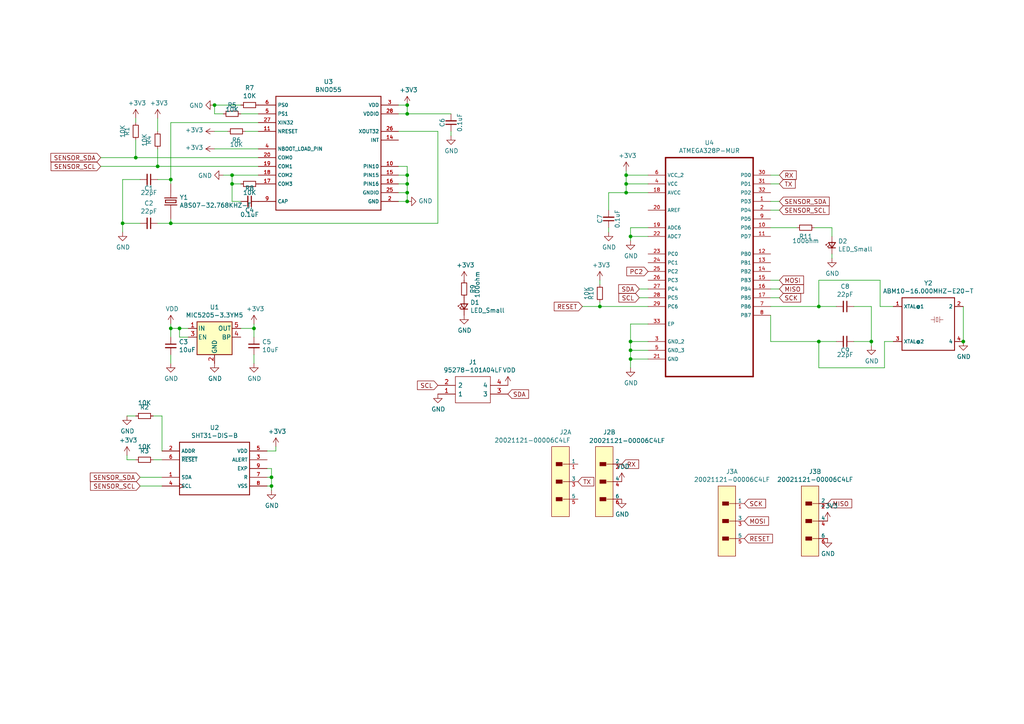
<source format=kicad_sch>
(kicad_sch (version 20200714) (host eeschema "(5.99.0-2415-gbbdd3fce7)")
  (page 1 1)
  (paper "A4")
  (title_block (title "Vine Sensing Hoop") (date "2020-07-25") (rev "1"))
  (lib_symbols
    (symbol "6pin:20021121-00006C4LF" (pin_names (offset 0))
      (property "Reference" "J" (at 0 7.62 0))
      (property "Value" "20021121-00006C4LF" (at 0 10.16 0))
      (symbol "20021121-00006C4LF_1_1"
        (rectangle (start -10.16 5.08) (end -5.08 -15.24) (fill (type background)))
        (rectangle (start -8.89 0.508) (end -7.112 -0.508) (fill (type outline)))
        (rectangle (start -8.89 -4.572) (end -7.112 -5.588) (fill (type outline)))
        (rectangle (start -8.89 -9.652) (end -7.112 -10.668) (fill (type outline)))
        (polyline (pts (xy -6.858 0) (xy -5.08 0)))
        (polyline (pts (xy -6.858 -5.08) (xy -5.08 -5.08)))
        (polyline (pts (xy -6.858 -10.16) (xy -5.08 -10.16)))
        (pin passive line (at -2.54 0 180) (length 2.54) (name "1") (number "1"))
        (pin passive line (at -2.54 -5.08 180) (length 2.54) (name "3") (number "3"))
        (pin passive line (at -2.54 -10.16 180) (length 2.54) (name "5") (number "5"))
      )
      (symbol "20021121-00006C4LF_2_1"
        (rectangle (start -10.16 5.08) (end -5.08 -15.24) (fill (type background)))
        (rectangle (start -8.89 0.508) (end -7.112 -0.508) (fill (type outline)))
        (rectangle (start -8.89 -4.572) (end -7.112 -5.588) (fill (type outline)))
        (rectangle (start -8.89 -9.652) (end -7.112 -10.668) (fill (type outline)))
        (polyline (pts (xy -6.858 0) (xy -5.08 0)))
        (polyline (pts (xy -6.858 -5.08) (xy -5.08 -5.08)))
        (polyline (pts (xy -6.858 -10.16) (xy -5.08 -10.16)))
        (pin passive line (at -2.54 0 180) (length 2.54) (name "2") (number "2"))
        (pin passive line (at -2.54 -5.08 180) (length 2.54) (name "4") (number "4"))
        (pin passive line (at -2.54 -10.16 180) (length 2.54) (name "6") (number "6"))
      )
    )
    (symbol "95278-101A04LF:95278-101A04LF" (pin_names (offset 0.762))
      (property "Reference" "J" (at 16.51 7.62 0))
      (property "Value" "95278-101A04LF" (at 16.51 5.08 0))
      (symbol "95278-101A04LF_0_1"
        (polyline (pts (xy 5.08 2.54) (xy 15.24 2.54) (xy 15.24 -5.08) (xy 5.08 -5.08) (xy 5.08 2.54)) (stroke (width 0.1524)))
      )
      (symbol "95278-101A04LF_0_0"
        (pin passive line (at 0 -2.54 0) (length 5.08) (name "1") (number "1"))
        (pin passive line (at 0 0 0) (length 5.08) (name "2") (number "2"))
        (pin passive line (at 20.32 -2.54 180) (length 5.08) (name "3") (number "3"))
        (pin passive line (at 20.32 0 180) (length 5.08) (name "4") (number "4"))
      )
    )
    (symbol "ABM10-16.000MHZ-E20-T:ABM10-16.000MHZ-E20-T"
      (property "Reference" "Y" (at -7.6454 7.6454 0))
      (property "Value" "ABM10-16.000MHZ-E20-T" (at -7.62 -10.1854 0))
      (symbol "ABM10-16.000MHZ-E20-T_0_0"
        (polyline (pts (xy -7.62 7.62) (xy -7.62 -7.62)) (stroke (width 0.254)))
        (polyline (pts (xy -7.62 -7.62) (xy 7.62 -7.62)) (stroke (width 0.254)))
        (polyline (pts (xy 7.62 -7.62) (xy 7.62 7.62)) (stroke (width 0.254)))
        (polyline (pts (xy 7.62 7.62) (xy -7.62 7.62)) (stroke (width 0.254)))
        (polyline (pts (xy 0.762 1.27) (xy 1.778 1.27)) (stroke (width 0.1016)))
        (polyline (pts (xy 1.778 1.27) (xy 1.778 2.159)) (stroke (width 0.1016)))
        (polyline (pts (xy 1.778 1.27) (xy 1.778 0.381)) (stroke (width 0.1016)))
        (polyline (pts (xy 2.286 1.905) (xy 2.794 1.905)) (stroke (width 0.1016)))
        (polyline (pts (xy 2.794 1.905) (xy 2.794 0.635)) (stroke (width 0.1016)))
        (polyline (pts (xy 2.794 0.635) (xy 2.286 0.635)) (stroke (width 0.1016)))
        (polyline (pts (xy 2.286 0.635) (xy 2.286 1.905)) (stroke (width 0.1016)))
        (polyline (pts (xy 4.318 1.27) (xy 3.302 1.27)) (stroke (width 0.1016)))
        (polyline (pts (xy 3.302 1.27) (xy 3.302 0.381)) (stroke (width 0.1016)))
        (polyline (pts (xy 3.302 1.27) (xy 3.302 2.159)) (stroke (width 0.1016)))
        (pin power_in line (at 10.16 5.08 180) (length 2.54) (name "2") (number "2"))
        (pin power_in line (at 10.16 -5.08 180) (length 2.54) (name "4") (number "4"))
        (pin passive line (at -10.16 5.08 0) (length 2.54) (name "XTAL@1") (number "1"))
        (pin passive line (at -10.16 -5.08 0) (length 2.54) (name "XTAL@2") (number "3"))
      )
    )
    (symbol "ABS07-32.768KHZ-T:ABS07-32.768KHZ-T" (pin_numbers hide) (pin_names hide)
      (property "Reference" "Y" (at -4.826 2.54 0))
      (property "Value" "ABS07-32.768KHZ-T" (at -4.826 -4.064 0))
      (symbol "ABS07-32.768KHZ-T_0_0"
        (polyline (pts (xy 1.016 0) (xy 2.54 0)) (stroke (width 0.1524)))
        (polyline (pts (xy -2.54 0) (xy -1.016 0)) (stroke (width 0.1524)))
        (polyline (pts (xy -0.381 1.524) (xy -0.381 -1.524)) (stroke (width 0.254)))
        (polyline (pts (xy -0.381 -1.524) (xy 0.381 -1.524)) (stroke (width 0.254)))
        (polyline (pts (xy 0.381 -1.524) (xy 0.381 1.524)) (stroke (width 0.254)))
        (polyline (pts (xy 0.381 1.524) (xy -0.381 1.524)) (stroke (width 0.254)))
        (polyline (pts (xy 1.016 1.778) (xy 1.016 -1.778)) (stroke (width 0.254)))
        (polyline (pts (xy -1.016 1.778) (xy -1.016 -1.778)) (stroke (width 0.254)))
        (pin passive line (at 5.08 0 180) (length 2.54) (name "~") (number "2"))
        (pin passive line (at -5.08 0 0) (length 2.54) (name "~") (number "1"))
      )
    )
    (symbol "ATMEGA328P-MUR:ATMEGA328P-MUR"
      (property "Reference" "U" (at -5.6388 28.7528 0))
      (property "Value" "ATMEGA328P-MUR" (at -3.9116 -38.735 0))
      (symbol "ATMEGA328P-MUR_0_0"
        (polyline (pts (xy -12.7 27.94) (xy -12.7 -35.56)) (stroke (width 0.4064)))
        (polyline (pts (xy -12.7 -35.56) (xy 12.7 -35.56)) (stroke (width 0.4064)))
        (polyline (pts (xy 12.7 -35.56) (xy 12.7 27.94)) (stroke (width 0.4064)))
        (polyline (pts (xy 12.7 27.94) (xy -12.7 27.94)) (stroke (width 0.4064)))
        (pin power_in line (at -17.78 22.86 0) (length 5.08) (name "VCC_2") (number "6"))
        (pin power_in line (at -17.78 20.32 0) (length 5.08) (name "VCC") (number "4"))
        (pin power_in line (at -17.78 17.78 0) (length 5.08) (name "AVCC") (number "18"))
        (pin input line (at -17.78 12.7 0) (length 5.08) (name "AREF") (number "20"))
        (pin input line (at -17.78 7.62 0) (length 5.08) (name "ADC6") (number "19"))
        (pin input line (at -17.78 5.08 0) (length 5.08) (name "ADC7") (number "22"))
        (pin bidirectional line (at -17.78 0 0) (length 5.08) (name "PC0") (number "23"))
        (pin bidirectional line (at -17.78 -2.54 0) (length 5.08) (name "PC1") (number "24"))
        (pin bidirectional line (at -17.78 -5.08 0) (length 5.08) (name "PC2") (number "25"))
        (pin bidirectional line (at -17.78 -7.62 0) (length 5.08) (name "PC3") (number "26"))
        (pin bidirectional line (at -17.78 -10.16 0) (length 5.08) (name "PC4") (number "27"))
        (pin bidirectional line (at -17.78 -12.7 0) (length 5.08) (name "PC5") (number "28"))
        (pin bidirectional line (at -17.78 -15.24 0) (length 5.08) (name "PC6") (number "29"))
        (pin passive line (at -17.78 -20.32 0) (length 5.08) (name "EP") (number "33"))
        (pin passive line (at -17.78 -25.4 0) (length 5.08) (name "GND_2") (number "3"))
        (pin passive line (at -17.78 -27.94 0) (length 5.08) (name "GND_3") (number "5"))
        (pin passive line (at -17.78 -30.48 0) (length 5.08) (name "GND") (number "21"))
        (pin bidirectional line (at 17.78 22.86 180) (length 5.08) (name "PD0") (number "30"))
        (pin bidirectional line (at 17.78 20.32 180) (length 5.08) (name "PD1") (number "31"))
        (pin bidirectional line (at 17.78 17.78 180) (length 5.08) (name "PD2") (number "32"))
        (pin bidirectional line (at 17.78 15.24 180) (length 5.08) (name "PD3") (number "1"))
        (pin bidirectional line (at 17.78 12.7 180) (length 5.08) (name "PD4") (number "2"))
        (pin bidirectional line (at 17.78 10.16 180) (length 5.08) (name "PD5") (number "9"))
        (pin bidirectional line (at 17.78 7.62 180) (length 5.08) (name "PD6") (number "10"))
        (pin bidirectional line (at 17.78 5.08 180) (length 5.08) (name "PD7") (number "11"))
        (pin bidirectional line (at 17.78 0 180) (length 5.08) (name "PB0") (number "12"))
        (pin bidirectional line (at 17.78 -2.54 180) (length 5.08) (name "PB1") (number "13"))
        (pin bidirectional line (at 17.78 -5.08 180) (length 5.08) (name "PB2") (number "14"))
        (pin bidirectional line (at 17.78 -7.62 180) (length 5.08) (name "PB3") (number "15"))
        (pin bidirectional line (at 17.78 -10.16 180) (length 5.08) (name "PB4") (number "16"))
        (pin bidirectional line (at 17.78 -12.7 180) (length 5.08) (name "PB5") (number "17"))
        (pin bidirectional line (at 17.78 -15.24 180) (length 5.08) (name "PB6") (number "7"))
        (pin bidirectional line (at 17.78 -17.78 180) (length 5.08) (name "PB7") (number "8"))
      )
    )
    (symbol "BNO055:BNO055"
      (property "Reference" "U" (at -14.732 15.748 0))
      (property "Value" "BNO055" (at -14.7574 -19.6088 0))
      (symbol "BNO055_0_0"
        (polyline (pts (xy -15.24 15.24) (xy -15.24 -17.78)) (stroke (width 0.254)))
        (polyline (pts (xy -15.24 -17.78) (xy 15.24 -17.78)) (stroke (width 0.254)))
        (polyline (pts (xy 15.24 -17.78) (xy 15.24 15.24)) (stroke (width 0.254)))
        (polyline (pts (xy 15.24 15.24) (xy -15.24 15.24)) (stroke (width 0.254)))
        (pin power_in line (at 20.32 -15.24 180) (length 5.08) (name "GND") (number "2"))
        (pin power_in line (at 20.32 12.7 180) (length 5.08) (name "VDD") (number "3"))
        (pin bidirectional line (at -20.32 0 0) (length 5.08) (name "NBOOT_LOAD_PIN") (number "4"))
        (pin input line (at -20.32 12.7 0) (length 5.08) (name "PS0") (number "6"))
        (pin input line (at -20.32 10.16 0) (length 5.08) (name "PS1") (number "5"))
        (pin passive line (at -20.32 -15.24 0) (length 5.08) (name "CAP") (number "9"))
        (pin power_in line (at 20.32 -5.08 180) (length 5.08) (name "PIN10") (number "10"))
        (pin input line (at -20.32 5.08 0) (length 5.08) (name "NRESET") (number "11"))
        (pin output line (at 20.32 2.54 180) (length 5.08) (name "INT") (number "14"))
        (pin power_in line (at 20.32 -7.62 180) (length 5.08) (name "PIN15") (number "15"))
        (pin power_in line (at 20.32 -10.16 180) (length 5.08) (name "PIN16") (number "16"))
        (pin bidirectional line (at -20.32 -2.54 0) (length 5.08) (name "COM0") (number "20"))
        (pin bidirectional line (at -20.32 -5.08 0) (length 5.08) (name "COM1") (number "19"))
        (pin bidirectional line (at -20.32 -7.62 0) (length 5.08) (name "COM2") (number "18"))
        (pin bidirectional line (at -20.32 -10.16 0) (length 5.08) (name "COM3") (number "17"))
        (pin power_in line (at 20.32 -12.7 180) (length 5.08) (name "GNDIO") (number "25"))
        (pin output line (at 20.32 5.08 180) (length 5.08) (name "XOUT32") (number "26"))
        (pin input line (at -20.32 7.62 0) (length 5.08) (name "XIN32") (number "27"))
        (pin power_in line (at 20.32 10.16 180) (length 5.08) (name "VDDIO") (number "28"))
      )
    )
    (symbol "Device:C_Small" (pin_numbers hide) (pin_names (offset 0.254) hide)
      (property "Reference" "C" (at 0.254 1.778 0))
      (property "Value" "C_Small" (at 0.254 -2.032 0))
      (symbol "C_Small_0_1"
        (polyline (pts (xy -1.524 -0.508) (xy 1.524 -0.508)) (stroke (width 0.3302)))
        (polyline (pts (xy -1.524 0.508) (xy 1.524 0.508)) (stroke (width 0.3048)))
      )
      (symbol "C_Small_1_1"
        (pin passive line (at 0 2.54 270) (length 2.032) (name "~") (number "1"))
        (pin passive line (at 0 -2.54 90) (length 2.032) (name "~") (number "2"))
      )
    )
    (symbol "Device:LED_Small" (pin_numbers hide) (pin_names (offset 0.254) hide)
      (property "Reference" "D" (at -1.27 3.175 0))
      (property "Value" "LED_Small" (at -4.445 -2.54 0))
      (symbol "LED_Small_0_1"
        (polyline (pts (xy -0.762 -1.016) (xy -0.762 1.016)) (stroke (width 0.254)))
        (polyline (pts (xy 1.016 0) (xy -0.762 0)))
        (polyline (pts (xy 0.762 -1.016) (xy -0.762 0) (xy 0.762 1.016) (xy 0.762 -1.016)) (stroke (width 0.254)))
        (polyline (pts (xy 0 0.762) (xy -0.508 1.27) (xy -0.254 1.27) (xy -0.508 1.27) (xy -0.508 1.016)))
        (polyline (pts (xy 0.508 1.27) (xy 0 1.778) (xy 0.254 1.778) (xy 0 1.778) (xy 0 1.524)))
      )
      (symbol "LED_Small_1_1"
        (pin passive line (at -2.54 0 0) (length 1.778) (name "K") (number "1"))
        (pin passive line (at 2.54 0 180) (length 1.778) (name "A") (number "2"))
      )
    )
    (symbol "Device:R_Small" (pin_numbers hide) (pin_names (offset 0.254) hide)
      (property "Reference" "R" (at 0.762 0.508 0))
      (property "Value" "R_Small" (at 0.762 -1.016 0))
      (symbol "R_Small_0_1"
        (rectangle (start -0.762 1.778) (end 0.762 -1.778) (stroke (width 0.2032)))
      )
      (symbol "R_Small_1_1"
        (pin passive line (at 0 2.54 270) (length 0.762) (name "~") (number "1"))
        (pin passive line (at 0 -2.54 90) (length 0.762) (name "~") (number "2"))
      )
    )
    (symbol "Regulator_Linear:MIC5205-3.3YM5" (pin_names (offset 0.254))
      (property "Reference" "U" (at -3.81 5.715 0))
      (property "Value" "MIC5205-3.3YM5" (at 0 5.715 0))
      (symbol "MIC5205-3.3YM5_0_1"
        (rectangle (start -5.08 4.445) (end 5.08 -5.08) (stroke (width 0.254)) (fill (type background)))
      )
      (symbol "MIC5205-3.3YM5_1_1"
        (pin power_in line (at -7.62 2.54 0) (length 2.54) (name "IN") (number "1"))
        (pin power_in line (at 0 -7.62 90) (length 2.54) (name "GND") (number "2"))
        (pin input line (at -7.62 0 0) (length 2.54) (name "EN") (number "3"))
        (pin input line (at 7.62 0 180) (length 2.54) (name "BP") (number "4"))
        (pin power_out line (at 7.62 2.54 180) (length 2.54) (name "OUT") (number "5"))
      )
    )
    (symbol "SHT31-DIS-B:SHT31-DIS-B"
      (property "Reference" "U" (at -10.16 8.128 0))
      (property "Value" "SHT31-DIS-B" (at -10.16 -10.16 0))
      (symbol "SHT31-DIS-B_0_0"
        (polyline (pts (xy -10.16 7.62) (xy 10.16 7.62)) (stroke (width 0.254)))
        (polyline (pts (xy 10.16 7.62) (xy 10.16 -7.62)) (stroke (width 0.254)))
        (polyline (pts (xy 10.16 -7.62) (xy -10.16 -7.62)) (stroke (width 0.254)))
        (polyline (pts (xy -10.16 -7.62) (xy -10.16 7.62)) (stroke (width 0.254)))
        (pin bidirectional line (at -15.24 -2.54 0) (length 5.08) (name "SDA") (number "1"))
        (pin input line (at -15.24 5.08 0) (length 5.08) (name "ADDR") (number "2"))
        (pin bidirectional clock (at -15.24 -5.08 0) (length 5.08) (name "SCL") (number "4"))
        (pin output line (at 15.24 2.54 180) (length 5.08) (name "ALERT") (number "3"))
        (pin power_in line (at 15.24 5.08 180) (length 5.08) (name "VDD") (number "5"))
        (pin input line (at -15.24 2.54 0) (length 5.08) (name "~RESET~") (number "6"))
        (pin power_in line (at 15.24 -2.54 180) (length 5.08) (name "R") (number "7"))
        (pin power_in line (at 15.24 -5.08 180) (length 5.08) (name "VSS") (number "8"))
        (pin power_in line (at 15.24 0 180) (length 5.08) (name "EXP") (number "9"))
      )
    )
    (symbol "power:+3V3" (power) (pin_names (offset 0))
      (property "Value" "+3V3" (at 0 3.556 0))
      (symbol "+3V3_0_1"
        (polyline (pts (xy -0.762 1.27) (xy 0 2.54)))
        (polyline (pts (xy 0 0) (xy 0 2.54)))
        (polyline (pts (xy 0 2.54) (xy 0.762 1.27)))
      )
      (symbol "+3V3_1_1"
        (pin power_in line (at 0 0 90) (length 0) hide (name "+3V3") (number "1"))
      )
    )
    (symbol "power:GND" (power) (pin_names (offset 0))
      (property "Value" "GND" (at 0 -3.81 0))
      (symbol "GND_0_1"
        (polyline (pts (xy 0 0) (xy 0 -1.27) (xy 1.27 -1.27) (xy 0 -2.54) (xy -1.27 -1.27) (xy 0 -1.27)))
      )
      (symbol "GND_1_1"
        (pin power_in line (at 0 0 270) (length 0) hide (name "GND") (number "1"))
      )
    )
    (symbol "power:VDD" (power) (pin_names (offset 0))
      (property "Value" "VDD" (at 0 3.81 0))
      (symbol "VDD_0_1"
        (polyline (pts (xy -0.762 1.27) (xy 0 2.54)))
        (polyline (pts (xy 0 0) (xy 0 2.54)))
        (polyline (pts (xy 0 2.54) (xy 0.762 1.27)))
      )
      (symbol "VDD_1_1"
        (pin power_in line (at 0 0 90) (length 0) hide (name "VDD") (number "1"))
      )
    )
  )
  (junction (at 35.56 64.77))
  (junction (at 39.37 45.72))
  (junction (at 45.72 48.26))
  (junction (at 49.53 52.07))
  (junction (at 49.53 64.77))
  (junction (at 49.53 95.25))
  (junction (at 52.07 95.25))
  (junction (at 62.23 30.48))
  (junction (at 67.31 50.8))
  (junction (at 67.31 53.34))
  (junction (at 73.66 95.25))
  (junction (at 78.74 138.43))
  (junction (at 78.74 140.97))
  (junction (at 118.11 30.48))
  (junction (at 118.11 33.02))
  (junction (at 118.11 50.8))
  (junction (at 118.11 53.34))
  (junction (at 118.11 55.88))
  (junction (at 118.11 58.42))
  (junction (at 173.99 88.9))
  (junction (at 181.61 50.8))
  (junction (at 181.61 53.34))
  (junction (at 181.61 55.88))
  (junction (at 182.88 68.58))
  (junction (at 182.88 99.06))
  (junction (at 182.88 101.6))
  (junction (at 182.88 104.14))
  (junction (at 237.49 88.9))
  (junction (at 237.49 99.06))
  (junction (at 252.73 99.06))
  (junction (at 279.4 99.06))
  (wire (pts (xy 29.21 45.72) (xy 39.37 45.72)))
  (wire (pts (xy 29.21 48.26) (xy 45.72 48.26)))
  (wire (pts (xy 35.56 52.07) (xy 35.56 64.77)))
  (wire (pts (xy 35.56 64.77) (xy 35.56 67.31)))
  (wire (pts (xy 36.83 120.65) (xy 39.37 120.65)))
  (wire (pts (xy 36.83 133.35) (xy 36.83 132.08)))
  (wire (pts (xy 39.37 34.29) (xy 39.37 35.56)))
  (wire (pts (xy 39.37 40.64) (xy 39.37 45.72)))
  (wire (pts (xy 39.37 45.72) (xy 74.93 45.72)))
  (wire (pts (xy 39.37 133.35) (xy 36.83 133.35)))
  (wire (pts (xy 40.64 52.07) (xy 35.56 52.07)))
  (wire (pts (xy 40.64 64.77) (xy 35.56 64.77)))
  (wire (pts (xy 44.45 120.65) (xy 46.99 120.65)))
  (wire (pts (xy 45.72 34.29) (xy 45.72 38.1)))
  (wire (pts (xy 45.72 43.18) (xy 45.72 48.26)))
  (wire (pts (xy 45.72 48.26) (xy 74.93 48.26)))
  (wire (pts (xy 45.72 52.07) (xy 49.53 52.07)))
  (wire (pts (xy 45.72 64.77) (xy 49.53 64.77)))
  (wire (pts (xy 46.99 120.65) (xy 46.99 130.81)))
  (wire (pts (xy 46.99 133.35) (xy 44.45 133.35)))
  (wire (pts (xy 46.99 138.43) (xy 40.64 138.43)))
  (wire (pts (xy 46.99 140.97) (xy 40.64 140.97)))
  (wire (pts (xy 49.53 35.56) (xy 49.53 52.07)))
  (wire (pts (xy 49.53 52.07) (xy 49.53 53.34)))
  (wire (pts (xy 49.53 63.5) (xy 49.53 64.77)))
  (wire (pts (xy 49.53 64.77) (xy 127 64.77)))
  (wire (pts (xy 49.53 95.25) (xy 49.53 93.98)))
  (wire (pts (xy 49.53 97.79) (xy 49.53 95.25)))
  (wire (pts (xy 49.53 102.87) (xy 49.53 105.41)))
  (wire (pts (xy 52.07 95.25) (xy 49.53 95.25)))
  (wire (pts (xy 52.07 97.79) (xy 52.07 95.25)))
  (wire (pts (xy 54.61 95.25) (xy 52.07 95.25)))
  (wire (pts (xy 54.61 97.79) (xy 52.07 97.79)))
  (wire (pts (xy 62.23 33.02) (xy 62.23 30.48)))
  (wire (pts (xy 64.77 33.02) (xy 62.23 33.02)))
  (wire (pts (xy 66.04 38.1) (xy 62.23 38.1)))
  (wire (pts (xy 67.31 50.8) (xy 64.77 50.8)))
  (wire (pts (xy 67.31 53.34) (xy 67.31 50.8)))
  (wire (pts (xy 67.31 58.42) (xy 67.31 53.34)))
  (wire (pts (xy 69.85 30.48) (xy 62.23 30.48)))
  (wire (pts (xy 69.85 33.02) (xy 74.93 33.02)))
  (wire (pts (xy 69.85 53.34) (xy 67.31 53.34)))
  (wire (pts (xy 69.85 58.42) (xy 67.31 58.42)))
  (wire (pts (xy 69.85 95.25) (xy 73.66 95.25)))
  (wire (pts (xy 73.66 95.25) (xy 73.66 93.98)))
  (wire (pts (xy 73.66 97.79) (xy 73.66 95.25)))
  (wire (pts (xy 73.66 102.87) (xy 73.66 105.41)))
  (wire (pts (xy 74.93 35.56) (xy 49.53 35.56)))
  (wire (pts (xy 74.93 38.1) (xy 71.12 38.1)))
  (wire (pts (xy 74.93 43.18) (xy 62.23 43.18)))
  (wire (pts (xy 74.93 50.8) (xy 67.31 50.8)))
  (wire (pts (xy 77.47 130.81) (xy 80.01 130.81)))
  (wire (pts (xy 77.47 135.89) (xy 78.74 135.89)))
  (wire (pts (xy 77.47 138.43) (xy 78.74 138.43)))
  (wire (pts (xy 77.47 140.97) (xy 78.74 140.97)))
  (wire (pts (xy 78.74 135.89) (xy 78.74 138.43)))
  (wire (pts (xy 78.74 138.43) (xy 78.74 140.97)))
  (wire (pts (xy 78.74 140.97) (xy 78.74 142.24)))
  (wire (pts (xy 80.01 130.81) (xy 80.01 129.54)))
  (wire (pts (xy 115.57 30.48) (xy 118.11 30.48)))
  (wire (pts (xy 115.57 33.02) (xy 118.11 33.02)))
  (wire (pts (xy 115.57 38.1) (xy 127 38.1)))
  (wire (pts (xy 115.57 48.26) (xy 118.11 48.26)))
  (wire (pts (xy 115.57 50.8) (xy 118.11 50.8)))
  (wire (pts (xy 115.57 53.34) (xy 118.11 53.34)))
  (wire (pts (xy 115.57 55.88) (xy 118.11 55.88)))
  (wire (pts (xy 115.57 58.42) (xy 118.11 58.42)))
  (wire (pts (xy 118.11 33.02) (xy 118.11 30.48)))
  (wire (pts (xy 118.11 33.02) (xy 130.81 33.02)))
  (wire (pts (xy 118.11 48.26) (xy 118.11 50.8)))
  (wire (pts (xy 118.11 50.8) (xy 118.11 53.34)))
  (wire (pts (xy 118.11 53.34) (xy 118.11 55.88)))
  (wire (pts (xy 118.11 55.88) (xy 118.11 58.42)))
  (wire (pts (xy 127 64.77) (xy 127 38.1)))
  (wire (pts (xy 130.81 38.1) (xy 130.81 39.37)))
  (wire (pts (xy 173.99 82.55) (xy 173.99 81.28)))
  (wire (pts (xy 173.99 87.63) (xy 173.99 88.9)))
  (wire (pts (xy 173.99 88.9) (xy 168.91 88.9)))
  (wire (pts (xy 176.53 55.88) (xy 176.53 60.96)))
  (wire (pts (xy 176.53 66.04) (xy 176.53 67.31)))
  (wire (pts (xy 181.61 49.53) (xy 181.61 50.8)))
  (wire (pts (xy 181.61 50.8) (xy 181.61 53.34)))
  (wire (pts (xy 181.61 50.8) (xy 187.96 50.8)))
  (wire (pts (xy 181.61 53.34) (xy 181.61 55.88)))
  (wire (pts (xy 181.61 53.34) (xy 187.96 53.34)))
  (wire (pts (xy 181.61 55.88) (xy 176.53 55.88)))
  (wire (pts (xy 181.61 55.88) (xy 187.96 55.88)))
  (wire (pts (xy 182.88 66.04) (xy 182.88 68.58)))
  (wire (pts (xy 182.88 68.58) (xy 182.88 69.85)))
  (wire (pts (xy 182.88 93.98) (xy 182.88 99.06)))
  (wire (pts (xy 182.88 99.06) (xy 182.88 101.6)))
  (wire (pts (xy 182.88 101.6) (xy 182.88 104.14)))
  (wire (pts (xy 182.88 104.14) (xy 182.88 106.68)))
  (wire (pts (xy 187.96 66.04) (xy 182.88 66.04)))
  (wire (pts (xy 187.96 68.58) (xy 182.88 68.58)))
  (wire (pts (xy 187.96 83.82) (xy 185.42 83.82)))
  (wire (pts (xy 187.96 86.36) (xy 185.42 86.36)))
  (wire (pts (xy 187.96 88.9) (xy 173.99 88.9)))
  (wire (pts (xy 187.96 93.98) (xy 182.88 93.98)))
  (wire (pts (xy 187.96 99.06) (xy 182.88 99.06)))
  (wire (pts (xy 187.96 101.6) (xy 182.88 101.6)))
  (wire (pts (xy 187.96 104.14) (xy 182.88 104.14)))
  (wire (pts (xy 223.52 50.8) (xy 226.06 50.8)))
  (wire (pts (xy 223.52 53.34) (xy 226.06 53.34)))
  (wire (pts (xy 223.52 58.42) (xy 226.06 58.42)))
  (wire (pts (xy 223.52 60.96) (xy 226.06 60.96)))
  (wire (pts (xy 223.52 66.04) (xy 231.14 66.04)))
  (wire (pts (xy 223.52 81.28) (xy 226.06 81.28)))
  (wire (pts (xy 223.52 83.82) (xy 226.06 83.82)))
  (wire (pts (xy 223.52 86.36) (xy 226.06 86.36)))
  (wire (pts (xy 223.52 88.9) (xy 237.49 88.9)))
  (wire (pts (xy 223.52 91.44) (xy 223.52 99.06)))
  (wire (pts (xy 223.52 99.06) (xy 237.49 99.06)))
  (wire (pts (xy 236.22 66.04) (xy 241.3 66.04)))
  (wire (pts (xy 237.49 81.28) (xy 255.27 81.28)))
  (wire (pts (xy 237.49 88.9) (xy 237.49 81.28)))
  (wire (pts (xy 237.49 88.9) (xy 242.57 88.9)))
  (wire (pts (xy 237.49 99.06) (xy 237.49 106.68)))
  (wire (pts (xy 237.49 99.06) (xy 242.57 99.06)))
  (wire (pts (xy 237.49 106.68) (xy 256.54 106.68)))
  (wire (pts (xy 241.3 66.04) (xy 241.3 68.58)))
  (wire (pts (xy 241.3 73.66) (xy 241.3 74.93)))
  (wire (pts (xy 247.65 88.9) (xy 252.73 88.9)))
  (wire (pts (xy 247.65 99.06) (xy 252.73 99.06)))
  (wire (pts (xy 252.73 88.9) (xy 252.73 99.06)))
  (wire (pts (xy 252.73 99.06) (xy 252.73 100.33)))
  (wire (pts (xy 255.27 81.28) (xy 255.27 88.9)))
  (wire (pts (xy 255.27 88.9) (xy 259.08 88.9)))
  (wire (pts (xy 256.54 99.06) (xy 259.08 99.06)))
  (wire (pts (xy 256.54 106.68) (xy 256.54 99.06)))
  (wire (pts (xy 279.4 88.9) (xy 279.4 99.06)))
  (global_label "SENSOR_SDA" (shape input) (at 29.21 45.72 180))
  (global_label "SENSOR_SCL" (shape input) (at 29.21 48.26 180))
  (global_label "SENSOR_SDA" (shape input) (at 40.64 138.43 180))
  (global_label "SENSOR_SCL" (shape input) (at 40.64 140.97 180))
  (global_label "SCL" (shape input) (at 127 111.76 180))
  (global_label "SDA" (shape input) (at 147.32 114.3 0))
  (global_label "TX" (shape input) (at 167.64 139.7 0))
  (global_label "RESET" (shape input) (at 168.91 88.9 180))
  (global_label "RX" (shape input) (at 180.34 134.62 0))
  (global_label "SDA" (shape input) (at 185.42 83.82 180))
  (global_label "SCL" (shape input) (at 185.42 86.36 180))
  (global_label "PC2" (shape input) (at 187.96 78.74 180))
  (global_label "SCK" (shape input) (at 215.9 146.05 0))
  (global_label "MOSI" (shape input) (at 215.9 151.13 0))
  (global_label "RESET" (shape input) (at 215.9 156.21 0))
  (global_label "RX" (shape input) (at 226.06 50.8 0))
  (global_label "TX" (shape input) (at 226.06 53.34 0))
  (global_label "SENSOR_SDA" (shape input) (at 226.06 58.42 0))
  (global_label "SENSOR_SCL" (shape input) (at 226.06 60.96 0))
  (global_label "MOSI" (shape input) (at 226.06 81.28 0))
  (global_label "MISO" (shape input) (at 226.06 83.82 0))
  (global_label "SCK" (shape input) (at 226.06 86.36 0))
  (global_label "MISO" (shape input) (at 240.03 146.05 0))
  (symbol (lib_id "power:+3V3") (at 36.83 132.08 0) (unit 1)
    (property "Reference" "#PWR03" (effects hide))
    (property "Value" "+3V3" (at 37.211 127.6858 0))
  )
  (symbol (lib_id "power:+3V3") (at 39.37 34.29 0) (unit 1)
    (property "Reference" "#PWR04" (effects hide))
    (property "Value" "+3V3" (at 39.751 29.8958 0))
  )
  (symbol (lib_id "power:+3V3") (at 45.72 34.29 0) (unit 1)
    (property "Reference" "#PWR05" (effects hide))
    (property "Value" "+3V3" (at 46.101 29.8958 0))
  )
  (symbol (lib_id "power:VDD") (at 49.53 93.98 0) (unit 1)
    (property "Reference" "#PWR06" (effects hide))
    (property "Value" "VDD" (at 49.911 89.5858 0))
  )
  (symbol (lib_id "power:+3V3") (at 62.23 38.1 90) (unit 1)
    (property "Reference" "#PWR09" (effects hide))
    (property "Value" "+3V3" (at 58.9788 37.719 90) (effects (justify left)))
  )
  (symbol (lib_id "power:+3V3") (at 62.23 43.18 90) (unit 1)
    (property "Reference" "#PWR010" (effects hide))
    (property "Value" "+3V3" (at 58.9788 42.799 90) (effects (justify left)))
  )
  (symbol (lib_id "power:+3V3") (at 73.66 93.98 0) (unit 1)
    (property "Reference" "#PWR013" (effects hide))
    (property "Value" "+3V3" (at 74.041 89.5858 0))
  )
  (symbol (lib_id "power:+3V3") (at 80.01 129.54 0) (unit 1)
    (property "Reference" "#PWR016" (effects hide))
    (property "Value" "+3V3" (at 80.391 125.1458 0))
  )
  (symbol (lib_id "power:+3V3") (at 118.11 30.48 0) (unit 1)
    (property "Reference" "#PWR017" (effects hide))
    (property "Value" "+3V3" (at 118.491 26.0858 0))
  )
  (symbol (lib_id "power:+3V3") (at 134.62 81.28 0) (unit 1)
    (property "Reference" "#PWR021" (effects hide))
    (property "Value" "+3V3" (at 135.001 76.8858 0))
  )
  (symbol (lib_id "power:VDD") (at 147.32 111.76 0) (unit 1)
    (property "Reference" "#PWR023" (effects hide))
    (property "Value" "VDD" (at 147.701 107.3658 0))
  )
  (symbol (lib_id "power:+3V3") (at 173.99 81.28 0) (unit 1)
    (property "Reference" "#PWR024" (effects hide))
    (property "Value" "+3V3" (at 174.371 76.8858 0))
  )
  (symbol (lib_id "power:VDD") (at 180.34 139.7 0) (unit 1)
    (property "Reference" "#PWR026" (effects hide))
    (property "Value" "VDD" (at 180.721 135.3058 0))
  )
  (symbol (lib_id "power:+3V3") (at 181.61 49.53 0) (unit 1)
    (property "Reference" "#PWR028" (effects hide))
    (property "Value" "+3V3" (at 181.991 45.1358 0))
  )
  (symbol (lib_id "power:+3V3") (at 240.03 151.13 0) (unit 1)
    (property "Reference" "#PWR031" (effects hide))
    (property "Value" "+3V3" (at 240.411 146.7358 0))
  )
  (symbol (lib_id "power:GND") (at 35.56 67.31 0) (unit 1)
    (property "Reference" "#PWR01" (effects hide))
    (property "Value" "GND" (at 35.687 71.7042 0))
  )
  (symbol (lib_id "power:GND") (at 36.83 120.65 0) (unit 1)
    (property "Reference" "#PWR02" (effects hide))
    (property "Value" "GND" (at 36.957 125.0442 0))
  )
  (symbol (lib_id "power:GND") (at 49.53 105.41 0) (unit 1)
    (property "Reference" "#PWR07" (effects hide))
    (property "Value" "GND" (at 49.657 109.8042 0))
  )
  (symbol (lib_id "power:GND") (at 62.23 30.48 270) (unit 1)
    (property "Reference" "#PWR08" (effects hide))
    (property "Value" "GND" (at 58.9788 30.607 90) (effects (justify right)))
  )
  (symbol (lib_id "power:GND") (at 62.23 105.41 0) (unit 1)
    (property "Reference" "#PWR011" (effects hide))
    (property "Value" "GND" (at 62.357 109.8042 0))
  )
  (symbol (lib_id "power:GND") (at 64.77 50.8 270) (unit 1)
    (property "Reference" "#PWR012" (effects hide))
    (property "Value" "GND" (at 61.5188 50.927 90) (effects (justify right)))
  )
  (symbol (lib_id "power:GND") (at 73.66 105.41 0) (unit 1)
    (property "Reference" "#PWR014" (effects hide))
    (property "Value" "GND" (at 73.787 109.8042 0))
  )
  (symbol (lib_id "power:GND") (at 78.74 142.24 0) (unit 1)
    (property "Reference" "#PWR015" (effects hide))
    (property "Value" "GND" (at 78.867 146.6342 0))
  )
  (symbol (lib_id "power:GND") (at 118.11 58.42 90) (unit 1)
    (property "Reference" "#PWR018" (effects hide))
    (property "Value" "GND" (at 121.3612 58.293 90) (effects (justify right)))
  )
  (symbol (lib_id "power:GND") (at 127 114.3 0) (unit 1)
    (property "Reference" "#PWR019" (effects hide))
    (property "Value" "GND" (at 127.127 118.6942 0))
  )
  (symbol (lib_id "power:GND") (at 130.81 39.37 0) (unit 1)
    (property "Reference" "#PWR020" (effects hide))
    (property "Value" "GND" (at 130.937 43.7642 0))
  )
  (symbol (lib_id "power:GND") (at 134.62 91.44 0) (unit 1)
    (property "Reference" "#PWR022" (effects hide))
    (property "Value" "GND" (at 134.747 95.8342 0))
  )
  (symbol (lib_id "power:GND") (at 176.53 67.31 0) (unit 1)
    (property "Reference" "#PWR025" (effects hide))
    (property "Value" "GND" (at 176.657 71.7042 0))
  )
  (symbol (lib_id "power:GND") (at 180.34 144.78 0) (unit 1)
    (property "Reference" "#PWR027" (effects hide))
    (property "Value" "GND" (at 180.467 149.1742 0))
  )
  (symbol (lib_id "power:GND") (at 182.88 69.85 0) (unit 1)
    (property "Reference" "#PWR029" (effects hide))
    (property "Value" "GND" (at 183.007 74.2442 0))
  )
  (symbol (lib_id "power:GND") (at 182.88 106.68 0) (unit 1)
    (property "Reference" "#PWR030" (effects hide))
    (property "Value" "GND" (at 183.007 111.0742 0))
  )
  (symbol (lib_id "power:GND") (at 240.03 156.21 0) (unit 1)
    (property "Reference" "#PWR032" (effects hide))
    (property "Value" "GND" (at 240.157 160.6042 0))
  )
  (symbol (lib_id "power:GND") (at 241.3 74.93 0) (unit 1)
    (property "Reference" "#PWR033" (effects hide))
    (property "Value" "GND" (at 241.427 79.3242 0))
  )
  (symbol (lib_id "power:GND") (at 252.73 100.33 0) (unit 1)
    (property "Reference" "#PWR034" (effects hide))
    (property "Value" "GND" (at 252.857 104.7242 0))
  )
  (symbol (lib_id "power:GND") (at 279.4 99.06 0) (unit 1)
    (property "Reference" "#PWR035" (effects hide))
    (property "Value" "GND" (at 279.527 103.4542 0))
  )
  (symbol (lib_id "Device:R_Small") (at 39.37 38.1 180) (unit 1)
    (property "Reference" "R1" (at 36.83 38.1 90))
    (property "Value" "10K" (at 35.56 38.1 90))
    (property "Footprint" "Resistor_SMD:R_0603_1608Metric" (effects hide))
  )
  (symbol (lib_id "Device:R_Small") (at 41.91 120.65 90) (unit 1)
    (property "Reference" "R2" (at 41.91 118.11 90))
    (property "Value" "10K" (at 41.91 116.84 90))
    (property "Footprint" "Resistor_SMD:R_0603_1608Metric" (effects hide))
  )
  (symbol (lib_id "Device:R_Small") (at 41.91 133.35 90) (unit 1)
    (property "Reference" "R3" (at 41.91 130.81 90))
    (property "Value" "10K" (at 41.91 129.54 90))
    (property "Footprint" "Resistor_SMD:R_0603_1608Metric" (effects hide))
  )
  (symbol (lib_id "Device:R_Small") (at 45.72 40.64 180) (unit 1)
    (property "Reference" "R4" (at 43.18 40.64 90))
    (property "Value" "10K" (at 41.91 40.64 90))
    (property "Footprint" "Resistor_SMD:R_0603_1608Metric" (effects hide))
  )
  (symbol (lib_id "Device:R_Small") (at 67.31 33.02 270) (unit 1)
    (property "Reference" "R5" (at 67.31 30.48 90))
    (property "Value" "10K" (at 67.31 31.75 90))
    (property "Footprint" "Resistor_SMD:R_0603_1608Metric" (effects hide))
  )
  (symbol (lib_id "Device:R_Small") (at 68.58 38.1 270) (unit 1)
    (property "Reference" "R6" (at 68.58 40.64 90))
    (property "Value" "10K" (at 68.58 41.91 90))
    (property "Footprint" "Resistor_SMD:R_0603_1608Metric" (effects hide))
  )
  (symbol (lib_id "Device:R_Small") (at 72.39 30.48 270) (unit 1)
    (property "Reference" "R7" (at 72.39 25.5016 90))
    (property "Value" "10K" (at 72.39 27.813 90))
    (property "Footprint" "Resistor_SMD:R_0603_1608Metric" (effects hide))
  )
  (symbol (lib_id "Device:R_Small") (at 72.39 53.34 270) (unit 1)
    (property "Reference" "R8" (at 72.39 54.61 90))
    (property "Value" "10K" (at 72.39 55.88 90))
    (property "Footprint" "Resistor_SMD:R_0603_1608Metric" (effects hide))
  )
  (symbol (lib_id "Device:R_Small") (at 134.62 83.82 0) (unit 1)
    (property "Reference" "R9" (at 137.16 83.82 90))
    (property "Value" "100ohm" (at 138.43 82.55 90))
    (property "Footprint" "Resistor_SMD:R_0603_1608Metric" (effects hide))
  )
  (symbol (lib_id "Device:R_Small") (at 173.99 85.09 180) (unit 1)
    (property "Reference" "R10" (at 171.45 85.09 90))
    (property "Value" "10K" (at 170.18 85.09 90))
    (property "Footprint" "Resistor_SMD:R_0603_1608Metric" (effects hide))
  )
  (symbol (lib_id "Device:R_Small") (at 233.68 66.04 270) (unit 1)
    (property "Reference" "R11" (at 233.68 68.58 90))
    (property "Value" "100ohm" (at 233.68 69.85 90))
    (property "Footprint" "Resistor_SMD:R_0603_1608Metric" (effects hide))
  )
  (symbol (lib_id "Device:LED_Small") (at 134.62 88.9 90) (unit 1)
    (property "Reference" "D1" (at 136.398 87.7316 90) (effects (justify right)))
    (property "Value" "LED_Small" (at 136.398 90.043 90) (effects (justify right)))
    (property "Footprint" "LED_SMD:LED_0603_1608Metric" (effects hide))
  )
  (symbol (lib_id "Device:LED_Small") (at 241.3 71.12 90) (unit 1)
    (property "Reference" "D2" (at 243.078 69.9516 90) (effects (justify right)))
    (property "Value" "LED_Small" (at 243.078 72.263 90) (effects (justify right)))
    (property "Footprint" "LED_SMD:LED_0603_1608Metric" (effects hide))
  )
  (symbol (lib_id "Device:C_Small") (at 43.18 52.07 270) (unit 1)
    (property "Reference" "C1" (at 43.18 54.61 90))
    (property "Value" "22pF" (at 43.18 55.88 90))
    (property "Footprint" "Capacitor_SMD:C_0603_1608Metric" (effects hide))
  )
  (symbol (lib_id "Device:C_Small") (at 43.18 64.77 270) (unit 1)
    (property "Reference" "C2" (at 43.18 58.9534 90))
    (property "Value" "22pF" (at 43.18 61.2648 90))
    (property "Footprint" "Capacitor_SMD:C_0603_1608Metric" (effects hide))
  )
  (symbol (lib_id "Device:C_Small") (at 49.53 100.33 0) (unit 1)
    (property "Reference" "C3" (at 51.8668 99.1616 0) (effects (justify left)))
    (property "Value" "10uF" (at 51.8668 101.473 0) (effects (justify left)))
    (property "Footprint" "Capacitor_SMD:C_0603_1608Metric" (effects hide))
  )
  (symbol (lib_id "Device:C_Small") (at 72.39 58.42 270) (unit 1)
    (property "Reference" "C4" (at 72.39 60.96 90))
    (property "Value" "0.1uF" (at 72.39 62.23 90))
    (property "Footprint" "Capacitor_SMD:C_0603_1608Metric" (effects hide))
  )
  (symbol (lib_id "Device:C_Small") (at 73.66 100.33 0) (unit 1)
    (property "Reference" "C5" (at 75.9968 99.1616 0) (effects (justify left)))
    (property "Value" "10uF" (at 75.9968 101.473 0) (effects (justify left)))
    (property "Footprint" "Capacitor_SMD:C_0603_1608Metric" (effects hide))
  )
  (symbol (lib_id "Device:C_Small") (at 130.81 35.56 180) (unit 1)
    (property "Reference" "C6" (at 128.27 35.56 90))
    (property "Value" "0.1uF" (at 133.35 35.56 90))
    (property "Footprint" "Capacitor_SMD:C_0603_1608Metric" (effects hide))
  )
  (symbol (lib_id "Device:C_Small") (at 176.53 63.5 180) (unit 1)
    (property "Reference" "C7" (at 173.99 63.5 90))
    (property "Value" "0.1uF" (at 179.07 63.5 90))
    (property "Footprint" "Capacitor_SMD:C_0603_1608Metric" (effects hide))
  )
  (symbol (lib_id "Device:C_Small") (at 245.11 88.9 270) (unit 1)
    (property "Reference" "C8" (at 245.11 83.0834 90))
    (property "Value" "22pF" (at 245.11 85.3948 90))
    (property "Footprint" "Capacitor_SMD:C_0603_1608Metric" (effects hide))
  )
  (symbol (lib_id "Device:C_Small") (at 245.11 99.06 270) (unit 1)
    (property "Reference" "C9" (at 245.11 101.6 90))
    (property "Value" "22pF" (at 245.11 102.87 90))
    (property "Footprint" "Capacitor_SMD:C_0603_1608Metric" (effects hide))
  )
  (symbol (lib_id "ABS07-32.768KHZ-T:ABS07-32.768KHZ-T") (at 49.53 58.42 270) (unit 1)
    (property "Reference" "Y1" (at 52.07 57.2516 90) (effects (justify left)))
    (property "Value" "ABS07-32.768KHZ-T" (at 52.07 59.563 90) (effects (justify left)))
    (property "Footprint" "ABS07-32.768KHZ-T:XTAL_ABS07-32.768KHZ-T" (effects hide))
    (property "Datasheet" "08.19.15" (effects hide))
    (property "Field4" "Abracon" (effects hide))
    (property "Field5" "Manufacturer Recommendation" (effects hide))
  )
  (symbol (lib_id "6pin:20021121-00006C4LF") (at 170.18 134.62 0) (unit 1)
    (property "Reference" "J2" (at 164.0332 125.349 0))
    (property "Value" "20021121-00006C4LF" (at 154.432 127.7112 0))
    (property "Footprint" "6pin:Amphenol_ICC___FCI-20021121-00006C4LF-MFG" (effects hide))
    (property "Datasheet" "https://cdn.amphenol-icc.com/media/wysiwyg/files/drawing/20021121.pdf" (effects hide))
    (property "automotive" "No" (effects hide))
    (property "category" "Conn" (effects hide))
    (property "contact material" "Gold" (effects hide))
    (property "current rating" "1A" (effects hide))
    (property "device class L1" "Connectors" (effects hide))
    (property "device class L2" "Headers and Wire Housings" (effects hide))
    (property "device class L3" "unset" (effects hide))
    (property "digikey description" "CONN HEADER SMD 6POS 1.27MM" (effects hide))
    (property "digikey part number" "609-3693-1-ND" (effects hide))
    (property "height" "5.7mm" (effects hide))
    (property "is connector" "yes" (effects hide))
    (property "is male" "yes" (effects hide))
    (property "lead free" "Yes" (effects hide))
    (property "library id" "53f828dc43fb73cb" (effects hide))
    (property "manufacturer" "Amphenol ICC / FCI" (effects hide))
    (property "mouser description" "Headers & Wire Housings 6P HDR UNSHRD 1.27x1.27MM BTB SMT" (effects hide))
    (property "mouser part number" "649-202112100006C4LF" (effects hide))
    (property "number of contacts" "6" (effects hide))
    (property "number of rows" "2" (effects hide))
    (property "package" "HDR6" (effects hide))
    (property "pitch" "1.27mm" (effects hide))
    (property "rohs" "Yes" (effects hide))
    (property "temperature range high" "+125°C" (effects hide))
    (property "temperature range low" "-55°C" (effects hide))
    (property "voltage rating" "125V" (effects hide))
  )
  (symbol (lib_id "6pin:20021121-00006C4LF") (at 182.88 134.62 0) (unit 2)
    (property "Reference" "J2" (at 176.7332 125.349 0))
    (property "Value" "20021121-00006C4LF" (at 181.864 127.8128 0))
    (property "Footprint" "6pin:Amphenol_ICC___FCI-20021121-00006C4LF-MFG" (effects hide))
    (property "Datasheet" "https://cdn.amphenol-icc.com/media/wysiwyg/files/drawing/20021121.pdf" (effects hide))
    (property "automotive" "No" (effects hide))
    (property "category" "Conn" (effects hide))
    (property "contact material" "Gold" (effects hide))
    (property "current rating" "1A" (effects hide))
    (property "device class L1" "Connectors" (effects hide))
    (property "device class L2" "Headers and Wire Housings" (effects hide))
    (property "device class L3" "unset" (effects hide))
    (property "digikey description" "CONN HEADER SMD 6POS 1.27MM" (effects hide))
    (property "digikey part number" "609-3693-1-ND" (effects hide))
    (property "height" "5.7mm" (effects hide))
    (property "is connector" "yes" (effects hide))
    (property "is male" "yes" (effects hide))
    (property "lead free" "Yes" (effects hide))
    (property "library id" "53f828dc43fb73cb" (effects hide))
    (property "manufacturer" "Amphenol ICC / FCI" (effects hide))
    (property "mouser description" "Headers & Wire Housings 6P HDR UNSHRD 1.27x1.27MM BTB SMT" (effects hide))
    (property "mouser part number" "649-202112100006C4LF" (effects hide))
    (property "number of contacts" "6" (effects hide))
    (property "number of rows" "2" (effects hide))
    (property "package" "HDR6" (effects hide))
    (property "pitch" "1.27mm" (effects hide))
    (property "rohs" "Yes" (effects hide))
    (property "temperature range high" "+125°C" (effects hide))
    (property "temperature range low" "-55°C" (effects hide))
    (property "voltage rating" "125V" (effects hide))
  )
  (symbol (lib_id "6pin:20021121-00006C4LF") (at 218.44 146.05 0) (unit 1)
    (property "Reference" "J3" (at 212.2932 136.779 0))
    (property "Value" "20021121-00006C4LF" (at 212.2932 139.0904 0))
    (property "Footprint" "6pin:Amphenol_ICC___FCI-20021121-00006C4LF-MFG" (effects hide))
    (property "Datasheet" "https://cdn.amphenol-icc.com/media/wysiwyg/files/drawing/20021121.pdf" (effects hide))
    (property "automotive" "No" (effects hide))
    (property "category" "Conn" (effects hide))
    (property "contact material" "Gold" (effects hide))
    (property "current rating" "1A" (effects hide))
    (property "device class L1" "Connectors" (effects hide))
    (property "device class L2" "Headers and Wire Housings" (effects hide))
    (property "device class L3" "unset" (effects hide))
    (property "digikey description" "CONN HEADER SMD 6POS 1.27MM" (effects hide))
    (property "digikey part number" "609-3693-1-ND" (effects hide))
    (property "height" "5.7mm" (effects hide))
    (property "is connector" "yes" (effects hide))
    (property "is male" "yes" (effects hide))
    (property "lead free" "Yes" (effects hide))
    (property "library id" "53f828dc43fb73cb" (effects hide))
    (property "manufacturer" "Amphenol ICC / FCI" (effects hide))
    (property "mouser description" "Headers & Wire Housings 6P HDR UNSHRD 1.27x1.27MM BTB SMT" (effects hide))
    (property "mouser part number" "649-202112100006C4LF" (effects hide))
    (property "number of contacts" "6" (effects hide))
    (property "number of rows" "2" (effects hide))
    (property "package" "HDR6" (effects hide))
    (property "pitch" "1.27mm" (effects hide))
    (property "rohs" "Yes" (effects hide))
    (property "temperature range high" "+125°C" (effects hide))
    (property "temperature range low" "-55°C" (effects hide))
    (property "voltage rating" "125V" (effects hide))
  )
  (symbol (lib_id "6pin:20021121-00006C4LF") (at 242.57 146.05 0) (unit 2)
    (property "Reference" "J3" (at 236.4232 136.779 0))
    (property "Value" "20021121-00006C4LF" (at 236.4232 139.0904 0))
    (property "Footprint" "6pin:Amphenol_ICC___FCI-20021121-00006C4LF-MFG" (effects hide))
    (property "Datasheet" "https://cdn.amphenol-icc.com/media/wysiwyg/files/drawing/20021121.pdf" (effects hide))
    (property "automotive" "No" (effects hide))
    (property "category" "Conn" (effects hide))
    (property "contact material" "Gold" (effects hide))
    (property "current rating" "1A" (effects hide))
    (property "device class L1" "Connectors" (effects hide))
    (property "device class L2" "Headers and Wire Housings" (effects hide))
    (property "device class L3" "unset" (effects hide))
    (property "digikey description" "CONN HEADER SMD 6POS 1.27MM" (effects hide))
    (property "digikey part number" "609-3693-1-ND" (effects hide))
    (property "height" "5.7mm" (effects hide))
    (property "is connector" "yes" (effects hide))
    (property "is male" "yes" (effects hide))
    (property "lead free" "Yes" (effects hide))
    (property "library id" "53f828dc43fb73cb" (effects hide))
    (property "manufacturer" "Amphenol ICC / FCI" (effects hide))
    (property "mouser description" "Headers & Wire Housings 6P HDR UNSHRD 1.27x1.27MM BTB SMT" (effects hide))
    (property "mouser part number" "649-202112100006C4LF" (effects hide))
    (property "number of contacts" "6" (effects hide))
    (property "number of rows" "2" (effects hide))
    (property "package" "HDR6" (effects hide))
    (property "pitch" "1.27mm" (effects hide))
    (property "rohs" "Yes" (effects hide))
    (property "temperature range high" "+125°C" (effects hide))
    (property "temperature range low" "-55°C" (effects hide))
    (property "voltage rating" "125V" (effects hide))
  )
  (symbol (lib_id "95278-101A04LF:95278-101A04LF") (at 127 111.76 0) (unit 1)
    (property "Reference" "J1" (at 137.16 105.029 0))
    (property "Value" "95278-101A04LF" (at 137.16 107.3404 0))
    (property "Footprint" "4pin:95278101A04LF" (effects hide))
    (property "Datasheet" "http://portal.fciconnect.com/Comergent//fci/drawing/95278.pdf" (effects hide))
    (property "Description" "FCI,Header 4 way unshrouded FCI BergStik Series, Series Number 95278, 2.54mm Pitch 4 Way 2 Row Straight Header, SMT Termination, 3A" (effects hide))
    (property "Height" "9.9" (effects hide))
    (property "Manufacturer_Name" "Amphenol" (effects hide))
    (property "Manufacturer_Part_Number" "95278-101A04LF" (effects hide))
    (property "Arrow Part Number" "95278-101A04LF" (effects hide))
    (property "Arrow Price/Stock" "https://www.arrow.com/en/products/95278-101a04lf/amphenol-fci" (effects hide))
    (property "Mouser Part Number" "649-95278-101A04LF" (effects hide))
    (property "Mouser Price/Stock" "https://www.mouser.co.uk/ProductDetail/Amphenol-FCI/95278-101A04LF?qs=AwD%252BQufC0y78m0ldYrE4wQ%3D%3D" (effects hide))
  )
  (symbol (lib_id "Regulator_Linear:MIC5205-3.3YM5") (at 62.23 97.79 0) (unit 1)
    (property "Reference" "U1" (at 62.23 89.1032 0))
    (property "Value" "MIC5205-3.3YM5" (at 62.23 91.4146 0))
    (property "Footprint" "Package_TO_SOT_SMD:SOT-23-5" (effects hide))
    (property "Datasheet" "http://ww1.microchip.com/downloads/en/DeviceDoc/20005785A.pdf" (effects hide))
  )
  (symbol (lib_id "ABM10-16.000MHZ-E20-T:ABM10-16.000MHZ-E20-T") (at 269.24 93.98 0) (unit 1)
    (property "Reference" "Y2" (at 269.24 82.1182 0))
    (property "Value" "ABM10-16.000MHZ-E20-T" (at 269.24 84.4296 0))
    (property "Footprint" "ABM10-16.000MHZ-E20-T:XTAL250X200X50" (effects hide))
    (property "Datasheet" "Abracon" (effects hide))
  )
  (symbol (lib_id "SHT31-DIS-B:SHT31-DIS-B") (at 62.23 135.89 0) (unit 1)
    (property "Reference" "U2" (at 62.23 124.0282 0))
    (property "Value" "SHT31-DIS-B" (at 62.23 126.3396 0))
    (property "Footprint" "SHT31-DIS-B:SON50P250X250X100-9N" (effects hide))
    (property "Datasheet" "Sensirion" (effects hide))
  )
  (symbol (lib_id "BNO055:BNO055") (at 95.25 43.18 0) (unit 1)
    (property "Reference" "U3" (at 95.25 23.6982 0))
    (property "Value" "BNO055" (at 95.25 26.0096 0))
    (property "Footprint" "BNO055:LGA28R50P4X10_380X520X100" (effects hide))
    (property "Datasheet" "BOSCH" (effects hide))
  )
  (symbol (lib_id "ATMEGA328P-MUR:ATMEGA328P-MUR") (at 205.74 73.66 0) (unit 1)
    (property "Reference" "U4" (at 205.74 41.402 0))
    (property "Value" "ATMEGA328P-MUR" (at 205.74 43.7134 0))
    (property "Footprint" "ATMEGA328P-MUR:QFN50P500X500X100-33N" (effects hide))
    (property "Datasheet" "ATMEGA328P-MUR" (effects hide))
    (property "Field4" "1748522" (effects hide))
    (property "Field5" "26R2526" (effects hide))
    (property "Field6" "QFN-32" (effects hide))
    (property "Field7" "Atmel" (effects hide))
  )
)
</source>
